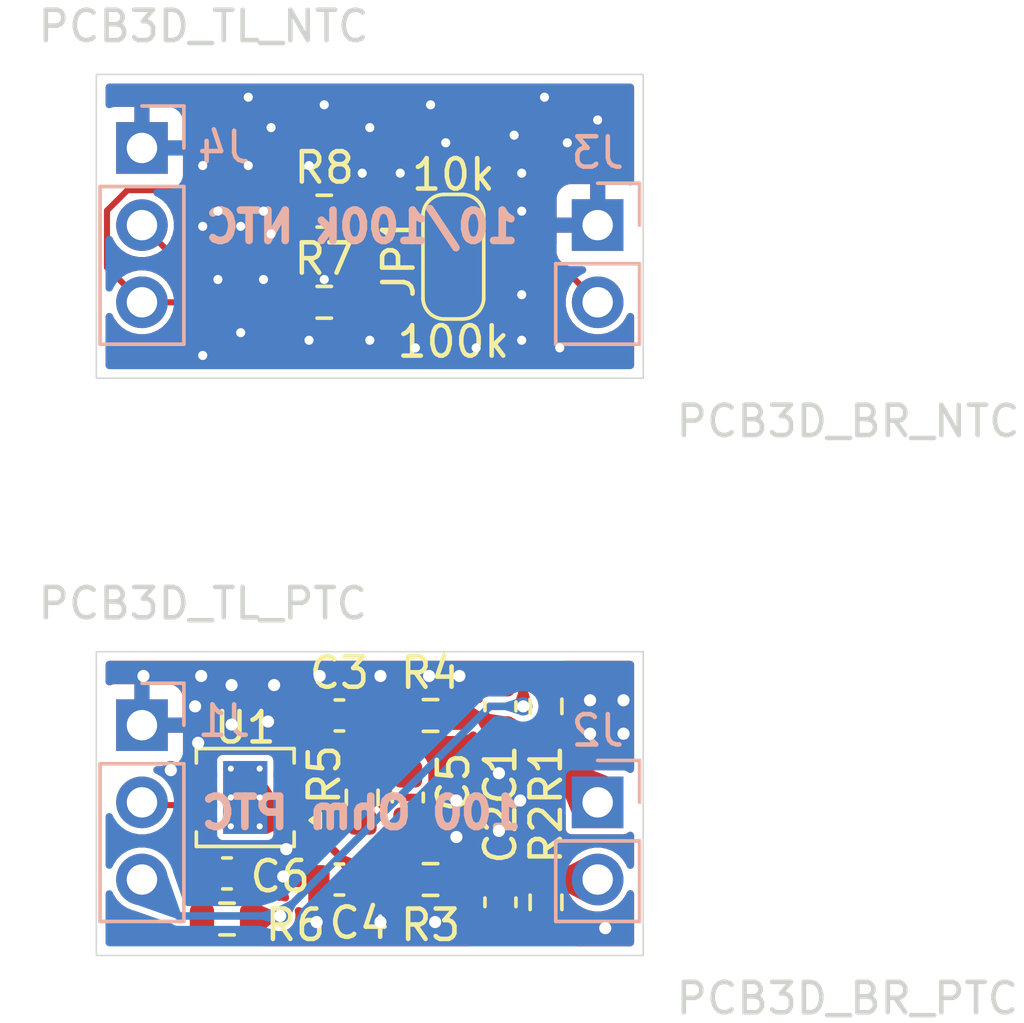
<source format=kicad_pcb>
(kicad_pcb (version 20241229) (generator "pcbnew") (generator_version "9.0")
  (layers (0 "F.Cu" signal) (2 "B.Cu" signal) (13 "F.Paste" user) (15 "B.Paste" user) (5 "F.SilkS" user "F.Silkscreen") (7 "B.SilkS" user "B.Silkscreen") (1 "F.Mask" user) (3 "B.Mask" user) (25 "Edge.Cuts" user))
  (net 0 "")
  (net 1 "+3.3V")
  (net 2 "Net-(J2-Pin_2)")
  (net 3 "GND")
  (net 4 "Net-(J2-Pin_1)")
  (net 5 "Net-(U1-+)")
  (net 6 "Net-(U1-+Vs)")
  (net 7 "Net-(J1-Pin_2)")
  (net 8 "Net-(R5-Pad1)")
  (net 9 "Net-(R5-Pad2)")
  (net 10 "Net-(C4-Pad1)")
  (net 11 "Net-(J3-Pin_2)")
  (net 12 "Net-(JP1-B)")
  (net 13 "Net-(JP1-A)")
  (footprint "Capacitor_SMD:C_0603_1608Metric" (layer "F.Cu") (at 95.3 91.3)
    (property "Reference" "C6" (at 1.75 0.1 0) (layer "F.SilkS"))
    (property "Value" "100n")
    (fp_line (start -0.14058 -0.51) (end 0.14058 -0.51) (stroke (width 0.12)) (layer "F.SilkS"))
    (fp_line (start -0.14058 0.51) (end 0.14058 0.51) (stroke (width 0.12)) (layer "F.SilkS"))
    (pad "1" smd roundrect (at -0.775 0) (size 0.9 0.95) (layers "F.Cu" "F.Mask" "F.Paste") (net 6 "Net-(U1-+Vs)"))
    (pad "2" smd roundrect (at 0.775 0) (size 0.9 0.95) (layers "F.Cu" "F.Mask" "F.Paste") (net 3 "GND"))
  )
  (footprint "Capacitor_SMD:C_0603_1608Metric" (layer "F.Cu") (at 104.3 85.8 -90)
    (property "Reference" "C1" (at 2.25 0 90) (layer "F.SilkS"))
    (property "Value" "100n")
    (fp_line (start -0.14058 0.51) (end 0.14058 0.51) (stroke (width 0.12)) (layer "F.SilkS"))
    (fp_line (start -0.14058 -0.51) (end 0.14058 -0.51) (stroke (width 0.12)) (layer "F.SilkS"))
    (pad "1" smd roundrect (at -0.775 0 270) (size 0.9 0.95) (layers "F.Cu" "F.Mask" "F.Paste") (net 1 "+3.3V"))
    (pad "2" smd roundrect (at 0.775 0 270) (size 0.9 0.95) (layers "F.Cu" "F.Mask" "F.Paste") (net 4 "Net-(J2-Pin_1)"))
  )
  (footprint "Resistor_SMD:R_0603_1608Metric" (layer "F.Cu") (at 95.3 92.8 180)
    (property "Reference" "R6" (at -2.25 -0.2 0) (layer "F.SilkS"))
    (property "Value" "100R")
    (fp_line (start -0.237258 0.5225) (end 0.237258 0.5225) (stroke (width 0.12)) (layer "F.SilkS"))
    (fp_line (start -0.237258 -0.5225) (end 0.237258 -0.5225) (stroke (width 0.12)) (layer "F.SilkS"))
    (pad "1" smd roundrect (at -0.825 0 180) (size 0.8 0.95) (layers "F.Cu" "F.Mask" "F.Paste") (net 1 "+3.3V"))
    (pad "2" smd roundrect (at 0.825 0 180) (size 0.8 0.95) (layers "F.Cu" "F.Mask" "F.Paste") (net 6 "Net-(U1-+Vs)"))
  )
  (footprint "Resistor_SMD:R_0603_1608Metric" (layer "F.Cu") (at 98.5 72.5)
    (property "Reference" "R7" (at 0 -1.43 0) (layer "F.SilkS"))
    (property "Value" "100k")
    (fp_line (start -0.237258 -0.5225) (end 0.237258 -0.5225) (stroke (width 0.12)) (layer "F.SilkS"))
    (fp_line (start -0.237258 0.5225) (end 0.237258 0.5225) (stroke (width 0.12)) (layer "F.SilkS"))
    (pad "1" smd roundrect (at -0.825 0) (size 0.8 0.95) (layers "F.Cu" "F.Mask" "F.Paste") (net 1 "+3.3V"))
    (pad "2" smd roundrect (at 0.825 0) (size 0.8 0.95) (layers "F.Cu" "F.Mask" "F.Paste") (net 13 "Net-(JP1-A)"))
  )
  (footprint "Resistor_SMD:R_0603_1608Metric" (layer "F.Cu") (at 102 91.5)
    (property "Reference" "R3" (at 0 1.5 0) (layer "F.SilkS"))
    (property "Value" "10k")
    (fp_line (start -0.237258 -0.5225) (end 0.237258 -0.5225) (stroke (width 0.12)) (layer "F.SilkS"))
    (fp_line (start -0.237258 0.5225) (end 0.237258 0.5225) (stroke (width 0.12)) (layer "F.SilkS"))
    (pad "1" smd roundrect (at -0.825 0) (size 0.8 0.95) (layers "F.Cu" "F.Mask" "F.Paste") (net 10 "Net-(C4-Pad1)"))
    (pad "2" smd roundrect (at 0.825 0) (size 0.8 0.95) (layers "F.Cu" "F.Mask" "F.Paste") (net 2 "Net-(J2-Pin_2)"))
  )
  (footprint "Jumper:SolderJumper-3_P1.3mm_Open_RoundedPad1.0x1.5mm_NumberLabels" (layer "F.Cu") (at 102.75 71 90)
    (property "Reference" "JP1" (at 0 -1.8 90) (layer "F.SilkS"))
    (property "Value" "SolderJumper")
    (fp_line (start -1.4 -1) (end 1.4 -1) (stroke (width 0.12)) (layer "F.SilkS"))
    (fp_line (start 2.05 -0.3) (end 2.05 0.3) (stroke (width 0.12)) (layer "F.SilkS"))
    (fp_line (start -2.05 0.3) (end -2.05 -0.3) (stroke (width 0.12)) (layer "F.SilkS"))
    (fp_line (start 1.4 1) (end -1.4 1) (stroke (width 0.12)) (layer "F.SilkS"))
    (fp_arc (start 1.35 -1) (mid 1.844975 -0.794975) (end 2.05 -0.3) (stroke (width 0.12)) (layer "F.SilkS"))
    (fp_arc (start -2.05 -0.3) (mid -1.844975 -0.794975) (end -1.35 -1) (stroke (width 0.12)) (layer "F.SilkS"))
    (fp_arc (start 2.05 0.3) (mid 1.844975 0.794975) (end 1.35 1) (stroke (width 0.12)) (layer "F.SilkS"))
    (fp_arc (start -1.35 1) (mid -1.844975 0.794975) (end -2.05 0.3) (stroke (width 0.12)) (layer "F.SilkS"))
    (fp_text user "100k" (at -2.8 0 180) (layer "F.SilkS"))
    (fp_text user "10k" (at 2.7 0 180) (layer "F.SilkS"))
    (pad "1" smd custom (at -1.3 0 90) (size 1 0.5) (layers "F.Cu" "F.Mask") (net 13 "Net-(JP1-A)") (options (clearance outline) (anchor rect)) (primitives (gr_circle (center 0 0.25) (end 0.5 0.25) (width 0) (fill yes)) (gr_circle (center 0 -0.25) (end 0.5 -0.25) (width 0) (fill yes)) (gr_poly (pts (xy 0.55 0.75) (xy 0 0.75) (xy 0 -0.75) (xy 0.55 -0.75)) (width 0) (fill yes))))
    (pad "2" smd rect (at 0 0 90) (size 1 1.5) (layers "F.Cu" "F.Mask") (net 11 "Net-(J3-Pin_2)"))
    (pad "3" smd custom (at 1.3 0 90) (size 1 0.5) (layers "F.Cu" "F.Mask") (net 12 "Net-(JP1-B)") (options (clearance outline) (anchor rect)) (primitives (gr_circle (center 0 0.25) (end 0.5 0.25) (width 0) (fill yes)) (gr_circle (center 0 -0.25) (end 0.5 -0.25) (width 0) (fill yes)) (gr_poly (pts (xy 0 0.75) (xy -0.55 0.75) (xy -0.55 -0.75) (xy 0 -0.75)) (width 0) (fill yes))))
  )
  (footprint "Resistor_SMD:R_0603_1608Metric" (layer "F.Cu") (at 99.75 88.8 90)
    (property "Reference" "R5" (at 0.75 -1.25 90) (layer "F.SilkS"))
    (property "Value" "5k49")
    (fp_line (start -0.237258 -0.5225) (end 0.237258 -0.5225) (stroke (width 0.12)) (layer "F.SilkS"))
    (fp_line (start -0.237258 0.5225) (end 0.237258 0.5225) (stroke (width 0.12)) (layer "F.SilkS"))
    (pad "1" smd roundrect (at -0.825 0 90) (size 0.8 0.95) (layers "F.Cu" "F.Mask" "F.Paste") (net 8 "Net-(R5-Pad1)"))
    (pad "2" smd roundrect (at 0.825 0 90) (size 0.8 0.95) (layers "F.Cu" "F.Mask" "F.Paste") (net 9 "Net-(R5-Pad2)"))
  )
  (footprint "Resistor_SMD:R_0603_1608Metric" (layer "F.Cu") (at 98.5 69.5)
    (property "Reference" "R8" (at 0 -1.43 0) (layer "F.SilkS"))
    (property "Value" "10k")
    (fp_line (start -0.237258 -0.5225) (end 0.237258 -0.5225) (stroke (width 0.12)) (layer "F.SilkS"))
    (fp_line (start -0.237258 0.5225) (end 0.237258 0.5225) (stroke (width 0.12)) (layer "F.SilkS"))
    (pad "1" smd roundrect (at -0.825 0) (size 0.8 0.95) (layers "F.Cu" "F.Mask" "F.Paste") (net 1 "+3.3V"))
    (pad "2" smd roundrect (at 0.825 0) (size 0.8 0.95) (layers "F.Cu" "F.Mask" "F.Paste") (net 12 "Net-(JP1-B)"))
  )
  (footprint "Capacitor_SMD:C_0603_1608Metric" (layer "F.Cu") (at 99 86.1)
    (property "Reference" "C3" (at 0 -1.4 0) (layer "F.SilkS"))
    (property "Value" "100n")
    (fp_line (start -0.14058 -0.51) (end 0.14058 -0.51) (stroke (width 0.12)) (layer "F.SilkS"))
    (fp_line (start -0.14058 0.51) (end 0.14058 0.51) (stroke (width 0.12)) (layer "F.SilkS"))
    (pad "1" smd roundrect (at -0.775 0) (size 0.9 0.95) (layers "F.Cu" "F.Mask" "F.Paste") (net 3 "GND"))
    (pad "2" smd roundrect (at 0.775 0) (size 0.9 0.95) (layers "F.Cu" "F.Mask" "F.Paste") (net 5 "Net-(U1-+)"))
  )
  (footprint "Resistor_SMD:R_0603_1608Metric" (layer "F.Cu") (at 105.8 85.8 -90)
    (property "Reference" "R1" (at 2.25 0 90) (layer "F.SilkS"))
    (property "Value" "2k2")
    (fp_line (start -0.237258 0.5225) (end 0.237258 0.5225) (stroke (width 0.12)) (layer "F.SilkS"))
    (fp_line (start -0.237258 -0.5225) (end 0.237258 -0.5225) (stroke (width 0.12)) (layer "F.SilkS"))
    (pad "1" smd roundrect (at -0.825 0 270) (size 0.8 0.95) (layers "F.Cu" "F.Mask" "F.Paste") (net 1 "+3.3V"))
    (pad "2" smd roundrect (at 0.825 0 270) (size 0.8 0.95) (layers "F.Cu" "F.Mask" "F.Paste") (net 4 "Net-(J2-Pin_1)"))
  )
  (footprint "Resistor_SMD:R_0603_1608Metric" (layer "F.Cu") (at 105.8 92.25 -90)
    (property "Reference" "R2" (at -2.25 0 90) (layer "F.SilkS"))
    (property "Value" "2k2")
    (fp_line (start -0.237258 0.5225) (end 0.237258 0.5225) (stroke (width 0.12)) (layer "F.SilkS"))
    (fp_line (start -0.237258 -0.5225) (end 0.237258 -0.5225) (stroke (width 0.12)) (layer "F.SilkS"))
    (pad "1" smd roundrect (at -0.825 0 270) (size 0.8 0.95) (layers "F.Cu" "F.Mask" "F.Paste") (net 2 "Net-(J2-Pin_2)"))
    (pad "2" smd roundrect (at 0.825 0 270) (size 0.8 0.95) (layers "F.Cu" "F.Mask" "F.Paste") (net 3 "GND"))
  )
  (footprint "Resistor_SMD:R_0603_1608Metric" (layer "F.Cu") (at 102 86.1)
    (property "Reference" "R4" (at 0 -1.4 0) (layer "F.SilkS"))
    (property "Value" "10k")
    (fp_line (start -0.237258 -0.5225) (end 0.237258 -0.5225) (stroke (width 0.12)) (layer "F.SilkS"))
    (fp_line (start -0.237258 0.5225) (end 0.237258 0.5225) (stroke (width 0.12)) (layer "F.SilkS"))
    (pad "1" smd roundrect (at -0.825 0) (size 0.8 0.95) (layers "F.Cu" "F.Mask" "F.Paste") (net 5 "Net-(U1-+)"))
    (pad "2" smd roundrect (at 0.825 0) (size 0.8 0.95) (layers "F.Cu" "F.Mask" "F.Paste") (net 4 "Net-(J2-Pin_1)"))
  )
  (footprint "Package_SON:WSON-8-1EP_3x3mm_P0.5mm_EP1.45x2.4mm_ThermalVias" (layer "F.Cu") (at 95.9 88.8 180)
    (property "Reference" "U1" (at 0 2.3 0) (layer "F.SilkS"))
    (property "Value" "INA826AIDRGR")
    (fp_line (start 1.61 1.61) (end -1.61 1.61) (stroke (width 0.12)) (layer "F.SilkS"))
    (fp_line (start 1.61 1.135) (end 1.61 1.61) (stroke (width 0.12)) (layer "F.SilkS"))
    (fp_line (start 1.61 -1.61) (end 1.61 -1.135) (stroke (width 0.12)) (layer "F.SilkS"))
    (fp_line (start -1.61 1.61) (end -1.61 1.135) (stroke (width 0.12)) (layer "F.SilkS"))
    (fp_line (start -1.61 -1.135) (end -1.61 -1.61) (stroke (width 0.12)) (layer "F.SilkS"))
    (fp_line (start -1.61 -1.61) (end 1.61 -1.61) (stroke (width 0.12)) (layer "F.SilkS"))
    (fp_poly (pts (xy -2.14 -0.75) (xy -2.47 -0.51) (xy -2.47 -0.99)) (stroke (width 0.12)) (fill yes) (layer "F.SilkS"))
    (pad "1" smd roundrect (at -1.4 -0.75 180) (size 0.95 0.25) (layers "F.Cu" "F.Mask" "F.Paste") (net 10 "Net-(C4-Pad1)"))
    (pad "2" smd roundrect (at -1.4 -0.25 180) (size 0.95 0.25) (layers "F.Cu" "F.Mask" "F.Paste") (net 8 "Net-(R5-Pad1)"))
    (pad "3" smd roundrect (at -1.4 0.25 180) (size 0.95 0.25) (layers "F.Cu" "F.Mask" "F.Paste") (net 9 "Net-(R5-Pad2)"))
    (pad "4" smd roundrect (at -1.4 0.75 180) (size 0.95 0.25) (layers "F.Cu" "F.Mask" "F.Paste") (net 5 "Net-(U1-+)"))
    (pad "5" smd roundrect (at 1.4 0.75 180) (size 0.95 0.25) (layers "F.Cu" "F.Mask" "F.Paste") (net 3 "GND"))
    (pad "6" smd roundrect (at 1.4 0.25 180) (size 0.95 0.25) (layers "F.Cu" "F.Mask" "F.Paste") (net 3 "GND"))
    (pad "7" smd roundrect (at 1.4 -0.25 180) (size 0.95 0.25) (layers "F.Cu" "F.Mask" "F.Paste") (net 7 "Net-(J1-Pin_2)"))
    (pad "8" smd roundrect (at 1.4 -0.75 180) (size 0.95 0.25) (layers "F.Cu" "F.Mask" "F.Paste") (net 6 "Net-(U1-+Vs)"))
    (pad "9" thru_hole circle (at -0.475 -0.95 180) (size 0.5 0.5) (drill 0.2) (property pad_prop_heatsink) (layers "*.Cu") (net 10 "Net-(C4-Pad1)"))
    (pad "9" thru_hole circle (at -0.475 0 180) (size 0.5 0.5) (drill 0.2) (property pad_prop_heatsink) (layers "*.Cu") (net 10 "Net-(C4-Pad1)"))
    (pad "9" thru_hole circle (at -0.475 0.95 180) (size 0.5 0.5) (drill 0.2) (property pad_prop_heatsink) (layers "*.Cu") (net 10 "Net-(C4-Pad1)"))
    (pad "9" smd rect (at 0 0 180) (size 1.45 2.4) (property pad_prop_heatsink) (layers "F.Cu" "F.Mask") (net 10 "Net-(C4-Pad1)"))
    (pad "9" smd rect (at 0 0 180) (size 1.45 2.4) (property pad_prop_heatsink) (layers "B.Cu") (net 10 "Net-(C4-Pad1)"))
    (pad "9" thru_hole circle (at 0.475 -0.95 180) (size 0.5 0.5) (drill 0.2) (property pad_prop_heatsink) (layers "*.Cu") (net 10 "Net-(C4-Pad1)"))
    (pad "9" thru_hole circle (at 0.475 0 180) (size 0.5 0.5) (drill 0.2) (property pad_prop_heatsink) (layers "*.Cu") (net 10 "Net-(C4-Pad1)"))
    (pad "9" thru_hole circle (at 0.475 0.95 180) (size 0.5 0.5) (drill 0.2) (property pad_prop_heatsink) (layers "*.Cu") (net 10 "Net-(C4-Pad1)"))
  )
  (footprint "Capacitor_SMD:C_0603_1608Metric" (layer "F.Cu") (at 104.3 92.25 -90)
    (property "Reference" "C2" (at -2.25 0 90) (layer "F.SilkS"))
    (property "Value" "100n")
    (fp_line (start -0.14058 0.51) (end 0.14058 0.51) (stroke (width 0.12)) (layer "F.SilkS"))
    (fp_line (start -0.14058 -0.51) (end 0.14058 -0.51) (stroke (width 0.12)) (layer "F.SilkS"))
    (pad "1" smd roundrect (at -0.775 0 270) (size 0.9 0.95) (layers "F.Cu" "F.Mask" "F.Paste") (net 2 "Net-(J2-Pin_2)"))
    (pad "2" smd roundrect (at 0.775 0 270) (size 0.9 0.95) (layers "F.Cu" "F.Mask" "F.Paste") (net 3 "GND"))
  )
  (footprint "Capacitor_SMD:C_0603_1608Metric" (layer "F.Cu") (at 101.25 88.8 -90)
    (property "Reference" "C5" (at -0.5 -1.5 90) (layer "F.SilkS"))
    (property "Value" "1µ")
    (fp_line (start -0.14058 0.51) (end 0.14058 0.51) (stroke (width 0.12)) (layer "F.SilkS"))
    (fp_line (start -0.14058 -0.51) (end 0.14058 -0.51) (stroke (width 0.12)) (layer "F.SilkS"))
    (pad "1" smd roundrect (at -0.775 0 270) (size 0.9 0.95) (layers "F.Cu" "F.Mask" "F.Paste") (net 5 "Net-(U1-+)"))
    (pad "2" smd roundrect (at 0.775 0 270) (size 0.9 0.95) (layers "F.Cu" "F.Mask" "F.Paste") (net 10 "Net-(C4-Pad1)"))
  )
  (footprint "Capacitor_SMD:C_0603_1608Metric" (layer "F.Cu") (at 99 91.5 180)
    (property "Reference" "C4" (at -0.65 -1.43 0) (layer "F.SilkS"))
    (property "Value" "100n")
    (fp_line (start -0.14058 0.51) (end 0.14058 0.51) (stroke (width 0.12)) (layer "F.SilkS"))
    (fp_line (start -0.14058 -0.51) (end 0.14058 -0.51) (stroke (width 0.12)) (layer "F.SilkS"))
    (pad "1" smd roundrect (at -0.775 0 180) (size 0.9 0.95) (layers "F.Cu" "F.Mask" "F.Paste") (net 10 "Net-(C4-Pad1)"))
    (pad "2" smd roundrect (at 0.775 0 180) (size 0.9 0.95) (layers "F.Cu" "F.Mask" "F.Paste") (net 3 "GND"))
  )
  (footprint "Connector_PinHeader_2.54mm:PinHeader_1x02_P2.54mm_Vertical" (layer "B.Cu") (at 107.5 88.96 180)
    (property "Reference" "J2" (at 0 2.36 0) (layer "B.SilkS") (effects (justify mirror)))
    (property "Value" "Conn_01x02")
    (fp_line (start 1.38 -1.27) (end 1.38 -3.92) (stroke (width 0.12)) (layer "B.SilkS"))
    (fp_line (start -1.38 1.38) (end 0 1.38) (stroke (width 0.12)) (layer "B.SilkS"))
    (fp_line (start -1.38 0) (end -1.38 1.38) (stroke (width 0.12)) (layer "B.SilkS"))
    (fp_line (start -1.38 -1.27) (end 1.38 -1.27) (stroke (width 0.12)) (layer "B.SilkS"))
    (fp_line (start -1.38 -1.27) (end -1.38 -3.92) (stroke (width 0.12)) (layer "B.SilkS"))
    (fp_line (start -1.38 -3.92) (end 1.38 -3.92) (stroke (width 0.12)) (layer "B.SilkS"))
    (pad "1" thru_hole rect (at 0 0 180) (size 1.7 1.7) (drill 1) (layers "*.Cu" "*.Mask") (net 4 "Net-(J2-Pin_1)"))
    (pad "2" thru_hole circle (at 0 -2.54 180) (size 1.7 1.7) (drill 1) (layers "*.Cu" "*.Mask") (net 2 "Net-(J2-Pin_2)"))
  )
  (footprint "Connector_PinHeader_2.54mm:PinHeader_1x03_P2.54mm_Vertical" (layer "B.Cu") (at 92.5 67.42 180)
    (property "Reference" "J4" (at -2.7 0.02 0) (layer "B.SilkS") (effects (justify mirror)))
    (property "Value" "Conn_01x03")
    (fp_line (start 1.38 -1.27) (end 1.38 -6.46) (stroke (width 0.12)) (layer "B.SilkS"))
    (fp_line (start -1.38 1.38) (end 0 1.38) (stroke (width 0.12)) (layer "B.SilkS"))
    (fp_line (start -1.38 0) (end -1.38 1.38) (stroke (width 0.12)) (layer "B.SilkS"))
    (fp_line (start -1.38 -1.27) (end 1.38 -1.27) (stroke (width 0.12)) (layer "B.SilkS"))
    (fp_line (start -1.38 -1.27) (end -1.38 -6.46) (stroke (width 0.12)) (layer "B.SilkS"))
    (fp_line (start -1.38 -6.46) (end 1.38 -6.46) (stroke (width 0.12)) (layer "B.SilkS"))
    (pad "1" thru_hole rect (at 0 0 180) (size 1.7 1.7) (drill 1) (layers "*.Cu" "*.Mask") (net 3 "GND"))
    (pad "2" thru_hole circle (at 0 -2.54 180) (size 1.7 1.7) (drill 1) (layers "*.Cu" "*.Mask") (net 11 "Net-(J3-Pin_2)"))
    (pad "3" thru_hole circle (at 0 -5.08 180) (size 1.7 1.7) (drill 1) (layers "*.Cu" "*.Mask") (net 1 "+3.3V"))
  )
  (footprint "Connector_PinHeader_2.54mm:PinHeader_1x03_P2.54mm_Vertical" (layer "B.Cu") (at 92.5 86.42 180)
    (property "Reference" "J1" (at -2.7 0.14 180) (layer "B.SilkS") (effects (justify mirror)))
    (property "Value" "Conn_01x03")
    (fp_line (start 1.38 -1.27) (end 1.38 -6.46) (stroke (width 0.12)) (layer "B.SilkS"))
    (fp_line (start -1.38 1.38) (end 0 1.38) (stroke (width 0.12)) (layer "B.SilkS"))
    (fp_line (start -1.38 0) (end -1.38 1.38) (stroke (width 0.12)) (layer "B.SilkS"))
    (fp_line (start -1.38 -1.27) (end 1.38 -1.27) (stroke (width 0.12)) (layer "B.SilkS"))
    (fp_line (start -1.38 -1.27) (end -1.38 -6.46) (stroke (width 0.12)) (layer "B.SilkS"))
    (fp_line (start -1.38 -6.46) (end 1.38 -6.46) (stroke (width 0.12)) (layer "B.SilkS"))
    (pad "1" thru_hole rect (at 0 0 180) (size 1.7 1.7) (drill 1) (layers "*.Cu" "*.Mask") (net 3 "GND"))
    (pad "2" thru_hole circle (at 0 -2.54 180) (size 1.7 1.7) (drill 1) (layers "*.Cu" "*.Mask") (net 7 "Net-(J1-Pin_2)"))
    (pad "3" thru_hole circle (at 0 -5.08 180) (size 1.7 1.7) (drill 1) (layers "*.Cu" "*.Mask") (net 1 "+3.3V"))
  )
  (footprint "Connector_PinHeader_2.54mm:PinHeader_1x02_P2.54mm_Vertical" (layer "B.Cu") (at 107.5 69.96 180)
    (property "Reference" "J3" (at 0 2.38 0) (layer "B.SilkS") (effects (justify mirror)))
    (property "Value" "Conn_01x02")
    (fp_line (start 1.38 -1.27) (end 1.38 -3.92) (stroke (width 0.12)) (layer "B.SilkS"))
    (fp_line (start -1.38 1.38) (end 0 1.38) (stroke (width 0.12)) (layer "B.SilkS"))
    (fp_line (start -1.38 0) (end -1.38 1.38) (stroke (width 0.12)) (layer "B.SilkS"))
    (fp_line (start -1.38 -1.27) (end 1.38 -1.27) (stroke (width 0.12)) (layer "B.SilkS"))
    (fp_line (start -1.38 -1.27) (end -1.38 -3.92) (stroke (width 0.12)) (layer "B.SilkS"))
    (fp_line (start -1.38 -3.92) (end 1.38 -3.92) (stroke (width 0.12)) (layer "B.SilkS"))
    (pad "1" thru_hole rect (at 0 0 180) (size 1.7 1.7) (drill 1) (layers "*.Cu" "*.Mask") (net 3 "GND"))
    (pad "2" thru_hole circle (at 0 -2.54 180) (size 1.7 1.7) (drill 1) (layers "*.Cu" "*.Mask") (net 11 "Net-(J3-Pin_2)"))
  )
  (gr_rect (start 91 65) (end 109 75) (stroke (width 0.05)) (fill no) (layer "Edge.Cuts"))
  (gr_rect (start 91 84) (end 109 94) (stroke (width 0.05)) (fill no) (layer "Edge.Cuts"))
  (gr_text "100 Ohm PTC\n\n" (at 105.1 91.5 0) (layer "B.SilkS") (effects (font (size 1 1) (thickness 0.25) (bold yes)) (justify left bottom mirror)))
  (gr_text "10/100k NTC\n" (at 105 70.6 0) (layer "B.SilkS") (effects (font (size 1 1) (thickness 0.25) (bold yes)) (justify left bottom mirror)))
  (gr_text "PCB3D_TL_PTC" (at 89 83 0) (layer "Edge.Cuts") (effects (font (size 1 1)) (justify left bottom)))
  (gr_text "PCB3D_BR_NTC\n" (at 110 77 0) (layer "Edge.Cuts") (effects (font (size 1 1)) (justify left bottom)))
  (gr_text "PCB3D_TL_NTC\n" (at 89 64 0) (layer "Edge.Cuts") (effects (font (size 1 1)) (justify left bottom)))
  (gr_text "PCB3D_BR_PTC" (at 110 96 0) (layer "Edge.Cuts") (effects (font (size 1 1)) (justify left bottom)))
  (segment (start 97.05 92.7) (end 96.225 92.7) (width 0.25) (layer "F.Cu") (net 1))
  (segment (start 92.02324 68.809) (end 91.349 69.48324) (width 0.2) (layer "F.Cu") (net 1))
  (segment (start 105.75 85.025) (end 105.8 84.975) (width 0.25) (layer "F.Cu") (net 1))
  (segment (start 96.984 68.809) (end 92.02324 68.809) (width 0.2) (layer "F.Cu") (net 1))
  (segment (start 105.05 85.025) (end 105.05 85.8) (width 0.25) (layer "F.Cu") (net 1))
  (segment (start 104.3 85.025) (end 105.05 85.025) (width 0.25) (layer "F.Cu") (net 1))
  (segment (start 97.675 72.5) (end 92.5 72.5) (width 0.2) (layer "F.Cu") (net 1))
  (segment (start 91.349 71.349) (end 92.5 72.5) (width 0.2) (layer "F.Cu") (net 1))
  (segment (start 91.349 69.48324) (end 91.349 71.349) (width 0.2) (layer "F.Cu") (net 1))
  (segment (start 96.225 92.7) (end 96.125 92.8) (width 0.25) (layer "F.Cu") (net 1))
  (segment (start 105.05 85.025) (end 105.75 85.025) (width 0.25) (layer "F.Cu") (net 1))
  (segment (start 97.675 69.5) (end 96.984 68.809) (width 0.2) (layer "F.Cu") (net 1))
  (via (at 97.05 92.7) (size 0.6) (drill 0.4) (layers "F.Cu" "B.Cu") (net 1))
  (via (at 105.05 85.8) (size 0.6) (drill 0.4) (layers "F.Cu" "B.Cu") (net 1))
  (segment (start 97.05 92.7) (end 93.7 92.7) (width 0.25) (layer "B.Cu") (net 1))
  (segment (start 105.05 85.8) (end 103.95 85.8) (width 0.25) (layer "B.Cu") (net 1))
  (segment (start 103.95 85.8) (end 97.05 92.7) (width 0.25) (layer "B.Cu") (net 1))
  (segment (start 93.7 92.7) (end 92.5 91.5) (width 0.25) (layer "B.Cu") (net 1))
  (segment (start 107.5 91.5) (end 105.875 91.5) (width 0.25) (layer "F.Cu") (net 2))
  (segment (start 104.35 91.425) (end 104.3 91.475) (width 0.25) (layer "F.Cu") (net 2))
  (segment (start 105.875 91.5) (end 105.8 91.425) (width 0.25) (layer "F.Cu") (net 2))
  (segment (start 105.8 91.425) (end 104.35 91.425) (width 0.25) (layer "F.Cu") (net 2))
  (segment (start 104.3 91.475) (end 102.85 91.475) (width 0.25) (layer "F.Cu") (net 2))
  (segment (start 102.85 91.475) (end 102.825 91.5) (width 0.25) (layer "F.Cu") (net 2))
  (segment (start 94.5 88.55) (end 94.5 88.05) (width 0.2) (layer "F.Cu") (net 3))
  (segment (start 94.5 88.55) (end 94.1 88.55) (width 0.2) (layer "F.Cu") (net 3))
  (segment (start 94.1 88.55) (end 93.45 87.9) (width 0.2) (layer "F.Cu") (net 3))
  (via (at 94.5 70) (size 0.6) (drill 0.3) (layers "F.Cu" "B.Cu") (net 3))
  (via (at 101 68.25) (size 0.6) (drill 0.3) (layers "F.Cu" "B.Cu") (net 3))
  (via (at 105 73.75) (size 0.6) (drill 0.3) (layers "F.Cu" "B.Cu") (net 3))
  (via (at 102.95 84.8) (size 0.6) (drill 0.4) (layers "F.Cu" "B.Cu") (net 3))
  (via (at 98.25 92.9) (size 0.6) (drill 0.4) (layers "F.Cu" "B.Cu") (net 3))
  (via (at 102.85 88.9) (size 0.6) (drill 0.4) (layers "F.Cu" "B.Cu") (net 3))
  (via (at 103.5 74) (size 0.6) (drill 0.3) (layers "F.Cu" "B.Cu") (net 3))
  (via (at 99.75 68.25) (size 0.6) (drill 0.3) (layers "F.Cu" "B.Cu") (net 3))
  (via (at 95 69.5) (size 0.6) (drill 0.3) (layers "F.Cu" "B.Cu") (net 3))
  (via (at 95 71.75) (size 0.6) (drill 0.3) (layers "F.Cu" "B.Cu") (net 3))
  (via (at 94.5 74.25) (size 0.6) (drill 0.3) (layers "F.Cu" "B.Cu") (net 3))
  (via (at 105.75 65.75) (size 0.6) (drill 0.3) (layers "F.Cu" "B.Cu") (net 3))
  (via (at 96.65 86.3) (size 0.6) (drill 0.4) (layers "F.Cu" "B.Cu") (net 3))
  (via (at 104.25 88) (size 0.6) (drill 0.4) (layers "F.Cu" "B.Cu") (net 3))
  (via (at 95.45 86.4) (size 0.6) (drill 0.4) (layers "F.Cu" "B.Cu") (net 3))
  (via (at 96.85 85.1) (size 0.6) (drill 0.4) (layers "F.Cu" "B.Cu") (net 3))
  (via (at 102.15 92.9) (size 0.6) (drill 0.4) (layers "F.Cu" "B.Cu") (net 3))
  (via (at 94.25 85.8) (size 0.6) (drill 0.4) (layers "F.Cu" "B.Cu") (net 3))
  (via (at 94.45 84.8) (size 0.6) (drill 0.4) (layers "F.Cu" "B.Cu") (net 3))
  (via (at 94.35 87) (size 0.6) (drill 0.4) (layers "F.Cu" "B.Cu") (net 3))
  (via (at 100 66.75) (size 0.6) (drill 0.3) (layers "F.Cu" "B.Cu") (net 3))
  (via (at 107.25 85.6) (size 0.6) (drill 0.4) (layers "F.Cu" "B.Cu") (net 3))
  (via (at 98.5 66) (size 0.6) (drill 0.3) (layers "F.Cu" "B.Cu") (net 3))
  (via (at 98.5 71.75) (size 0.6) (drill 0.3) (layers "F.Cu" "B.Cu") (net 3))
  (via (at 96.75 70.25) (size 0.6) (drill 0.3) (layers "F.Cu" "B.Cu") (net 3))
  (via (at 107.75 93.1) (size 0.6) (drill 0.4) (layers "F.Cu" "B.Cu") (net 3))
  (via (at 98 73.75) (size 0.6) (drill 0.3) (layers "F.Cu" "B.Cu") (net 3))
  (via (at 108.35 86.7) (size 0.6) (drill 0.4) (layers "F.Cu" "B.Cu") (net 3))
  (via (at 97.15 91.4) (size 0.6) (drill 0.4) (layers "F.Cu" "B.Cu") (net 3))
  (via (at 93.45 87.9) (size 0.6) (drill 0.4) (layers "F.Cu" "B.Cu") (net 3))
  (via (at 98.35 84.8) (size 0.6) (drill 0.4) (layers "F.Cu" "B.Cu") (net 3))
  (via (at 107.25 86.7) (size 0.6) (drill 0.4) (layers "F.Cu" "B.Cu") (net 3))
  (via (at 96.5 71.75) (size 0.6) (drill 0.3) (layers "F.Cu" "B.Cu") (net 3))
  (via (at 95.75 70) (size 0.6) (drill 0.3) (layers "F.Cu" "B.Cu") (net 3))
  (via (at 102.5 67.25) (size 0.6) (drill 0.3) (layers "F.Cu" "B.Cu") (net 3))
  (via (at 96.75 66.75) (size 0.6) (drill 0.3) (layers "F.Cu" "B.Cu") (net 3))
  (via (at 107.5 66.5) (size 0.6) (drill 0.3) (layers "F.Cu" "B.Cu") (net 3))
  (via (at 106.5 67.25) (size 0.6) (drill 0.3) (layers "F.Cu" "B.Cu") (net 3))
  (via (at 104.25 89.9) (size 0.6) (drill 0.4) (layers "F.Cu" "B.Cu") (net 3))
  (via (at 94.5 68) (size 0.6) (drill 0.3) (layers "F.Cu" "B.Cu") (net 3))
  (via (at 101.5 74) (size 0.6) (drill 0.3) (layers "F.Cu" "B.Cu") (net 3))
  (via (at 97.25 90.5) (size 0.6) (drill 0.4) (layers "F.Cu" "B.Cu") (net 3))
  (via (at 100.35 92.9) (size 0.6) (drill 0.4) (layers "F.Cu" "B.Cu") (net 3))
  (via (at 95.45 85.1) (size 0.6) (drill 0.4) (layers "F.Cu" "B.Cu") (net 3))
  (via (at 96 65.75) (size 0.6) (drill 0.3) (layers "F.Cu" "B.Cu") (net 3))
  (via (at 104.75 67) (size 0.6) (drill 0.3) (layers "F.Cu" "B.Cu") (net 3))
  (via (at 102.85 90.1) (size 0.6) (drill 0.4) (layers "F.Cu" "B.Cu") (net 3))
  (via (at 106.25 74) (size 0.6) (drill 0.3) (layers "F.Cu" "B.Cu") (net 3))
  (via (at 104.95 88.9) (size 0.6) (drill 0.4) (layers "F.Cu" "B.Cu") (net 3))
  (via (at 102 66) (size 0.6) (drill 0.3) (layers "F.Cu" "B.Cu") (net 3))
  (via (at 92.55 84.8) (size 0.6) (drill 0.4) (layers "F.Cu" "B.Cu") (net 3))
  (via (at 108.35 85.6) (size 0.6) (drill 0.4) (layers "F.Cu" "B.Cu") (net 3))
  (via (at 95.75 73.5) (size 0.6) (drill 0.3) (layers "F.Cu" "B.Cu") (net 3))
  (via (at 100 73.75) (size 0.6) (drill 0.3) (layers "F.Cu" "B.Cu") (net 3))
  (via (at 98 68) (size 0.6) (drill 0.3) (layers "F.Cu" "B.Cu") (net 3))
  (via (at 96.5 69.5) (size 0.6) (drill 0.3) (layers "F.Cu" "B.Cu") (net 3))
  (via (at 100.35 84.8) (size 0.6) (drill 0.4) (layers "F.Cu" "B.Cu") (net 3))
  (via (at 96 68) (size 0.6) (drill 0.3) (layers "F.Cu" "B.Cu") (net 3))
  (via (at 105 68.25) (size 0.6) (drill 0.3) (layers "F.Cu" "B.Cu") (net 3))
  (via (at 101.95 84.8) (size 0.6) (drill 0.4) (layers "F.Cu" "B.Cu") (net 3))
  (via (at 105 72.25) (size 0.6) (drill 0.3) (layers "F.Cu" "B.Cu") (net 3))
  (via (at 105 69.5) (size 0.6) (drill 0.3) (layers "F.Cu" "B.Cu") (net 3))
  (segment (start 105.75 86.575) (end 105.8 86.625) (width 0.25) (layer "F.Cu") (net 4))
  (segment (start 104.3 86.575) (end 105.75 86.575) (width 0.25) (layer "F.Cu") (net 4))
  (segment (start 105.8 87.26) (end 107.5 88.96) (width 0.25) (layer "F.Cu") (net 4))
  (segment (start 103.825 86.1) (end 104.3 86.575) (width 0.25) (layer "F.Cu") (net 4))
  (segment (start 105.8 86.625) (end 105.8 87.26) (width 0.25) (layer "F.Cu") (net 4))
  (segment (start 102.825 86.1) (end 103.825 86.1) (width 0.25) (layer "F.Cu") (net 4))
  (segment (start 101.175 87.95) (end 101.25 88.025) (width 0.25) (layer "F.Cu") (net 5))
  (segment (start 101.175 86.1) (end 101.175 87.95) (width 0.25) (layer "F.Cu") (net 5))
  (segment (start 97.825 88.05) (end 97.2 88.05) (width 0.25) (layer "F.Cu") (net 5))
  (segment (start 99.775 86.1) (end 101.175 86.1) (width 0.25) (layer "F.Cu") (net 5))
  (segment (start 99.775 86.1) (end 97.825 88.05) (width 0.25) (layer "F.Cu") (net 5))
  (segment (start 94.525 89.675) (end 94.4 89.55) (width 0.25) (layer "F.Cu") (net 6))
  (segment (start 94.475 91.35) (end 94.525 91.3) (width 0.25) (layer "F.Cu") (net 6))
  (segment (start 94.525 91.3) (end 94.525 89.675) (width 0.25) (layer "F.Cu") (net 6))
  (segment (start 94.475 92.8) (end 94.475 91.35) (width 0.25) (layer "F.Cu") (net 6))
  (segment (start 92.59 89.05) (end 92.5 88.96) (width 0.2) (layer "F.Cu") (net 7))
  (segment (start 94.5 89.05) (end 92.59 89.05) (width 0.2) (layer "F.Cu") (net 7))
  (segment (start 97.2 89.05) (end 99.175 89.05) (width 0.25) (layer "F.Cu") (net 8))
  (segment (start 99.175 89.05) (end 99.75 89.625) (width 0.25) (layer "F.Cu") (net 8))
  (segment (start 97.2 88.55) (end 99.175 88.55) (width 0.25) (layer "F.Cu") (net 9))
  (segment (start 99.175 88.55) (end 99.75 87.975) (width 0.25) (layer "F.Cu") (net 9))
  (segment (start 97.825 89.55) (end 99.775 91.5) (width 0.25) (layer "F.Cu") (net 10))
  (segment (start 95.9 88.8) (end 96.65 89.55) (width 0.25) (layer "F.Cu") (net 10))
  (segment (start 97.2 89.55) (end 97.825 89.55) (width 0.25) (layer "F.Cu") (net 10))
  (segment (start 101.175 91.5) (end 101.175 89.65) (width 0.25) (layer "F.Cu") (net 10))
  (segment (start 99.775 91.5) (end 101.175 91.5) (width 0.25) (layer "F.Cu") (net 10))
  (segment (start 101.175 89.65) (end 101.25 89.575) (width 0.25) (layer "F.Cu") (net 10))
  (segment (start 96.65 89.55) (end 97.3 89.55) (width 0.25) (layer "F.Cu") (net 10))
  (segment (start 93.54 71) (end 92.5 69.96) (width 0.2) (layer "F.Cu") (net 11))
  (segment (start 107.5 72.5) (end 106 71) (width 0.2) (layer "F.Cu") (net 11))
  (segment (start 102.75 71) (end 93.54 71) (width 0.2) (layer "F.Cu") (net 11))
  (segment (start 106 71) (end 102.75 71) (width 0.2) (layer "F.Cu") (net 11))
  (segment (start 102.75 69.7) (end 99.525 69.7) (width 0.2) (layer "F.Cu") (net 12))
  (segment (start 99.525 69.7) (end 99.325 69.5) (width 0.2) (layer "F.Cu") (net 12))
  (segment (start 102.75 72.3) (end 99.525 72.3) (width 0.2) (layer "F.Cu") (net 13))
  (segment (start 99.525 72.3) (end 99.325 72.5) (width 0.2) (layer "F.Cu") (net 13))
  (zone (net 3) (net_name "GND") (layers "F.Cu" "B.Cu") (name "GND") (connect_pads (clearance 0.2)) (min_thickness 0.25) (fill yes (thermal_gap 0.5) (thermal_bridge_width 0.5))
    (polygon (pts (xy 91 84) (xy 109 84) (xy 109 94) (xy 91 94)))
  )
  (zone (net 3) (net_name "GND") (layers "F.Cu" "B.Cu") (name "GND") (connect_pads (clearance 0.2)) (min_thickness 0.25) (fill yes (thermal_gap 0.5) (thermal_bridge_width 0.5))
    (polygon (pts (xy 91 65) (xy 109 65) (xy 109 75) (xy 91 75)))
  )
)
</source>
